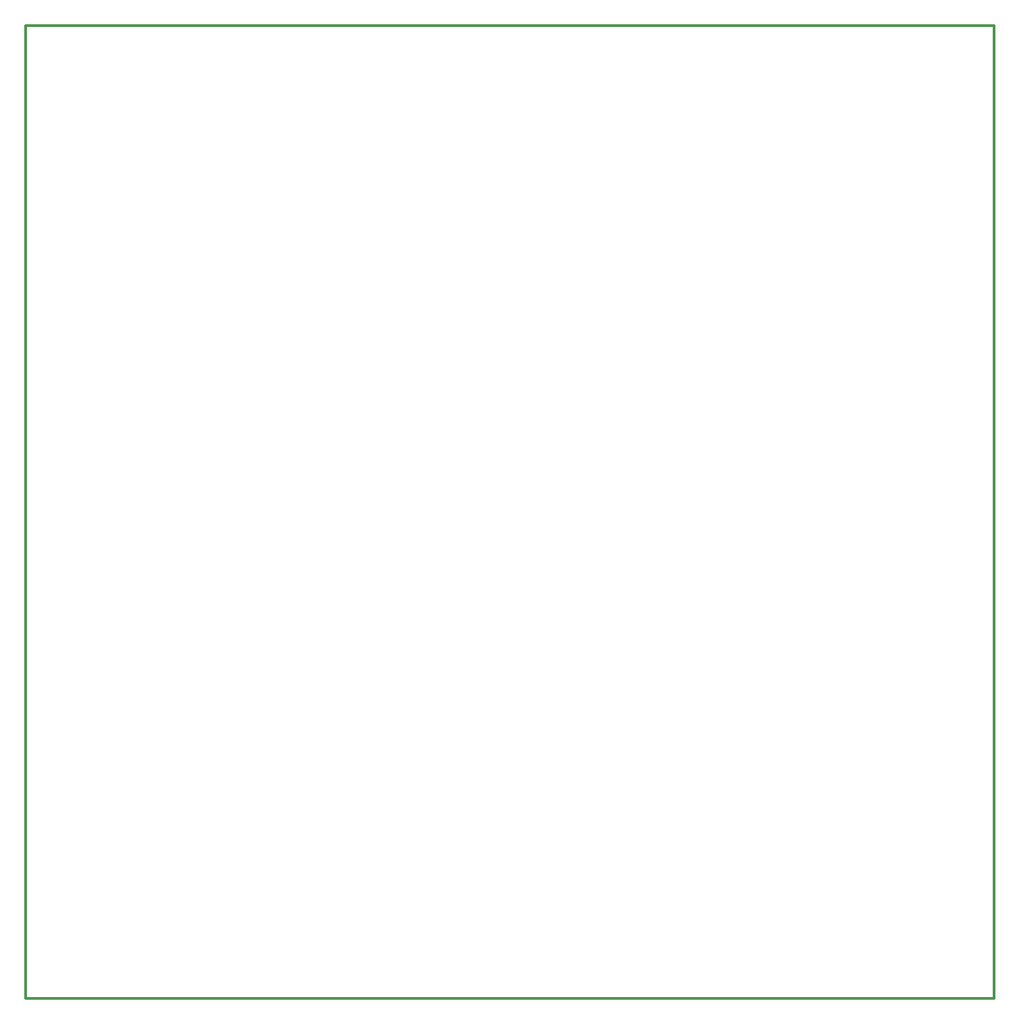
<source format=gko>
G04 Layer_Color=16711935*
%FSTAX24Y24*%
%MOIN*%
G70*
G01*
G75*
%ADD37C,0.0120*%
D37*
X0253Y0662D02*
X0732D01*
X0253Y0181D02*
Y0662D01*
Y0181D02*
X0732D01*
Y0662D01*
M02*

</source>
